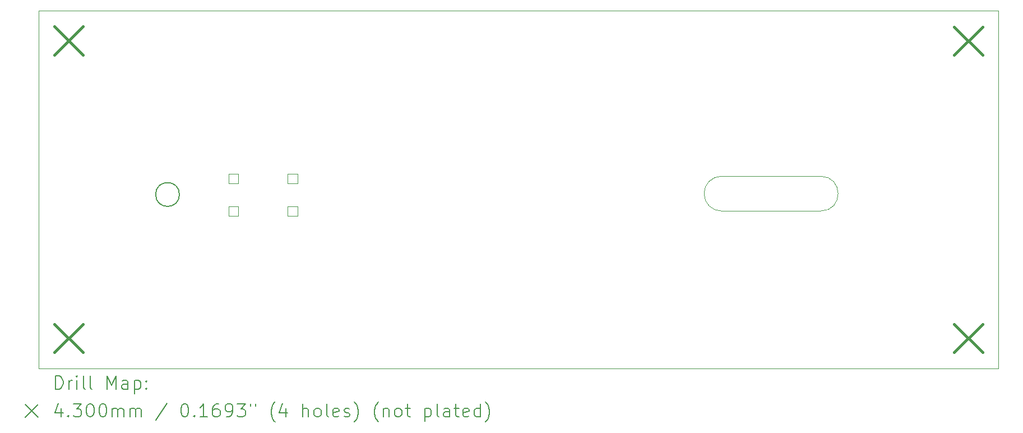
<source format=gbr>
%TF.GenerationSoftware,KiCad,Pcbnew,8.0.1*%
%TF.CreationDate,2025-07-26T20:51:03+02:00*%
%TF.ProjectId,SVX_Node_Case_front,5356585f-4e6f-4646-955f-436173655f66,rev?*%
%TF.SameCoordinates,Original*%
%TF.FileFunction,Drillmap*%
%TF.FilePolarity,Positive*%
%FSLAX45Y45*%
G04 Gerber Fmt 4.5, Leading zero omitted, Abs format (unit mm)*
G04 Created by KiCad (PCBNEW 8.0.1) date 2025-07-26 20:51:03*
%MOMM*%
%LPD*%
G01*
G04 APERTURE LIST*
%ADD10C,0.050000*%
%ADD11C,0.200000*%
%ADD12C,0.430000*%
G04 APERTURE END LIST*
D10*
X10322000Y-9357000D02*
X10472000Y-9357000D01*
X10472000Y-9497000D01*
X10322000Y-9497000D01*
X10322000Y-9357000D01*
X11212000Y-8866000D02*
X11362000Y-8866000D01*
X11362000Y-9006000D01*
X11212000Y-9006000D01*
X11212000Y-8866000D01*
X11213000Y-9357000D02*
X11363000Y-9357000D01*
X11363000Y-9497000D01*
X11213000Y-9497000D01*
X11213000Y-9357000D01*
X17765903Y-8900000D02*
X19265903Y-8900000D01*
D11*
X9580000Y-9175000D02*
G75*
G02*
X9220000Y-9175000I-180000J0D01*
G01*
X9220000Y-9175000D02*
G75*
G02*
X9580000Y-9175000I180000J0D01*
G01*
D10*
X19265903Y-8900000D02*
G75*
G02*
X19265903Y-9425000I-3J-262500D01*
G01*
X7450000Y-6400000D02*
X21950000Y-6400000D01*
X21950000Y-11800000D01*
X7450000Y-11800000D01*
X7450000Y-6400000D01*
X10321000Y-8866000D02*
X10471000Y-8866000D01*
X10471000Y-9006000D01*
X10321000Y-9006000D01*
X10321000Y-8866000D01*
X17765903Y-9425000D02*
G75*
G02*
X17765903Y-8900000I-3J262500D01*
G01*
X17765903Y-9425000D02*
X19265903Y-9425000D01*
D11*
D12*
X7690000Y-6640000D02*
X8120000Y-7070000D01*
X8120000Y-6640000D02*
X7690000Y-7070000D01*
X7690000Y-11130000D02*
X8120000Y-11560000D01*
X8120000Y-11130000D02*
X7690000Y-11560000D01*
X21278000Y-11130000D02*
X21708000Y-11560000D01*
X21708000Y-11130000D02*
X21278000Y-11560000D01*
X21280000Y-6642500D02*
X21710000Y-7072500D01*
X21710000Y-6642500D02*
X21280000Y-7072500D01*
D11*
X7708277Y-12113984D02*
X7708277Y-11913984D01*
X7708277Y-11913984D02*
X7755896Y-11913984D01*
X7755896Y-11913984D02*
X7784467Y-11923508D01*
X7784467Y-11923508D02*
X7803515Y-11942555D01*
X7803515Y-11942555D02*
X7813039Y-11961603D01*
X7813039Y-11961603D02*
X7822562Y-11999698D01*
X7822562Y-11999698D02*
X7822562Y-12028269D01*
X7822562Y-12028269D02*
X7813039Y-12066365D01*
X7813039Y-12066365D02*
X7803515Y-12085412D01*
X7803515Y-12085412D02*
X7784467Y-12104460D01*
X7784467Y-12104460D02*
X7755896Y-12113984D01*
X7755896Y-12113984D02*
X7708277Y-12113984D01*
X7908277Y-12113984D02*
X7908277Y-11980650D01*
X7908277Y-12018746D02*
X7917801Y-11999698D01*
X7917801Y-11999698D02*
X7927324Y-11990174D01*
X7927324Y-11990174D02*
X7946372Y-11980650D01*
X7946372Y-11980650D02*
X7965420Y-11980650D01*
X8032086Y-12113984D02*
X8032086Y-11980650D01*
X8032086Y-11913984D02*
X8022562Y-11923508D01*
X8022562Y-11923508D02*
X8032086Y-11933031D01*
X8032086Y-11933031D02*
X8041610Y-11923508D01*
X8041610Y-11923508D02*
X8032086Y-11913984D01*
X8032086Y-11913984D02*
X8032086Y-11933031D01*
X8155896Y-12113984D02*
X8136848Y-12104460D01*
X8136848Y-12104460D02*
X8127324Y-12085412D01*
X8127324Y-12085412D02*
X8127324Y-11913984D01*
X8260658Y-12113984D02*
X8241610Y-12104460D01*
X8241610Y-12104460D02*
X8232086Y-12085412D01*
X8232086Y-12085412D02*
X8232086Y-11913984D01*
X8489229Y-12113984D02*
X8489229Y-11913984D01*
X8489229Y-11913984D02*
X8555896Y-12056841D01*
X8555896Y-12056841D02*
X8622563Y-11913984D01*
X8622563Y-11913984D02*
X8622563Y-12113984D01*
X8803515Y-12113984D02*
X8803515Y-12009222D01*
X8803515Y-12009222D02*
X8793991Y-11990174D01*
X8793991Y-11990174D02*
X8774944Y-11980650D01*
X8774944Y-11980650D02*
X8736848Y-11980650D01*
X8736848Y-11980650D02*
X8717801Y-11990174D01*
X8803515Y-12104460D02*
X8784467Y-12113984D01*
X8784467Y-12113984D02*
X8736848Y-12113984D01*
X8736848Y-12113984D02*
X8717801Y-12104460D01*
X8717801Y-12104460D02*
X8708277Y-12085412D01*
X8708277Y-12085412D02*
X8708277Y-12066365D01*
X8708277Y-12066365D02*
X8717801Y-12047317D01*
X8717801Y-12047317D02*
X8736848Y-12037793D01*
X8736848Y-12037793D02*
X8784467Y-12037793D01*
X8784467Y-12037793D02*
X8803515Y-12028269D01*
X8898753Y-11980650D02*
X8898753Y-12180650D01*
X8898753Y-11990174D02*
X8917801Y-11980650D01*
X8917801Y-11980650D02*
X8955896Y-11980650D01*
X8955896Y-11980650D02*
X8974944Y-11990174D01*
X8974944Y-11990174D02*
X8984467Y-11999698D01*
X8984467Y-11999698D02*
X8993991Y-12018746D01*
X8993991Y-12018746D02*
X8993991Y-12075888D01*
X8993991Y-12075888D02*
X8984467Y-12094936D01*
X8984467Y-12094936D02*
X8974944Y-12104460D01*
X8974944Y-12104460D02*
X8955896Y-12113984D01*
X8955896Y-12113984D02*
X8917801Y-12113984D01*
X8917801Y-12113984D02*
X8898753Y-12104460D01*
X9079705Y-12094936D02*
X9089229Y-12104460D01*
X9089229Y-12104460D02*
X9079705Y-12113984D01*
X9079705Y-12113984D02*
X9070182Y-12104460D01*
X9070182Y-12104460D02*
X9079705Y-12094936D01*
X9079705Y-12094936D02*
X9079705Y-12113984D01*
X9079705Y-11990174D02*
X9089229Y-11999698D01*
X9089229Y-11999698D02*
X9079705Y-12009222D01*
X9079705Y-12009222D02*
X9070182Y-11999698D01*
X9070182Y-11999698D02*
X9079705Y-11990174D01*
X9079705Y-11990174D02*
X9079705Y-12009222D01*
X7247500Y-12342500D02*
X7447500Y-12542500D01*
X7447500Y-12342500D02*
X7247500Y-12542500D01*
X7793991Y-12400650D02*
X7793991Y-12533984D01*
X7746372Y-12324460D02*
X7698753Y-12467317D01*
X7698753Y-12467317D02*
X7822562Y-12467317D01*
X7898753Y-12514936D02*
X7908277Y-12524460D01*
X7908277Y-12524460D02*
X7898753Y-12533984D01*
X7898753Y-12533984D02*
X7889229Y-12524460D01*
X7889229Y-12524460D02*
X7898753Y-12514936D01*
X7898753Y-12514936D02*
X7898753Y-12533984D01*
X7974943Y-12333984D02*
X8098753Y-12333984D01*
X8098753Y-12333984D02*
X8032086Y-12410174D01*
X8032086Y-12410174D02*
X8060658Y-12410174D01*
X8060658Y-12410174D02*
X8079705Y-12419698D01*
X8079705Y-12419698D02*
X8089229Y-12429222D01*
X8089229Y-12429222D02*
X8098753Y-12448269D01*
X8098753Y-12448269D02*
X8098753Y-12495888D01*
X8098753Y-12495888D02*
X8089229Y-12514936D01*
X8089229Y-12514936D02*
X8079705Y-12524460D01*
X8079705Y-12524460D02*
X8060658Y-12533984D01*
X8060658Y-12533984D02*
X8003515Y-12533984D01*
X8003515Y-12533984D02*
X7984467Y-12524460D01*
X7984467Y-12524460D02*
X7974943Y-12514936D01*
X8222562Y-12333984D02*
X8241610Y-12333984D01*
X8241610Y-12333984D02*
X8260658Y-12343508D01*
X8260658Y-12343508D02*
X8270182Y-12353031D01*
X8270182Y-12353031D02*
X8279705Y-12372079D01*
X8279705Y-12372079D02*
X8289229Y-12410174D01*
X8289229Y-12410174D02*
X8289229Y-12457793D01*
X8289229Y-12457793D02*
X8279705Y-12495888D01*
X8279705Y-12495888D02*
X8270182Y-12514936D01*
X8270182Y-12514936D02*
X8260658Y-12524460D01*
X8260658Y-12524460D02*
X8241610Y-12533984D01*
X8241610Y-12533984D02*
X8222562Y-12533984D01*
X8222562Y-12533984D02*
X8203515Y-12524460D01*
X8203515Y-12524460D02*
X8193991Y-12514936D01*
X8193991Y-12514936D02*
X8184467Y-12495888D01*
X8184467Y-12495888D02*
X8174943Y-12457793D01*
X8174943Y-12457793D02*
X8174943Y-12410174D01*
X8174943Y-12410174D02*
X8184467Y-12372079D01*
X8184467Y-12372079D02*
X8193991Y-12353031D01*
X8193991Y-12353031D02*
X8203515Y-12343508D01*
X8203515Y-12343508D02*
X8222562Y-12333984D01*
X8413039Y-12333984D02*
X8432086Y-12333984D01*
X8432086Y-12333984D02*
X8451134Y-12343508D01*
X8451134Y-12343508D02*
X8460658Y-12353031D01*
X8460658Y-12353031D02*
X8470182Y-12372079D01*
X8470182Y-12372079D02*
X8479705Y-12410174D01*
X8479705Y-12410174D02*
X8479705Y-12457793D01*
X8479705Y-12457793D02*
X8470182Y-12495888D01*
X8470182Y-12495888D02*
X8460658Y-12514936D01*
X8460658Y-12514936D02*
X8451134Y-12524460D01*
X8451134Y-12524460D02*
X8432086Y-12533984D01*
X8432086Y-12533984D02*
X8413039Y-12533984D01*
X8413039Y-12533984D02*
X8393991Y-12524460D01*
X8393991Y-12524460D02*
X8384467Y-12514936D01*
X8384467Y-12514936D02*
X8374943Y-12495888D01*
X8374943Y-12495888D02*
X8365420Y-12457793D01*
X8365420Y-12457793D02*
X8365420Y-12410174D01*
X8365420Y-12410174D02*
X8374943Y-12372079D01*
X8374943Y-12372079D02*
X8384467Y-12353031D01*
X8384467Y-12353031D02*
X8393991Y-12343508D01*
X8393991Y-12343508D02*
X8413039Y-12333984D01*
X8565420Y-12533984D02*
X8565420Y-12400650D01*
X8565420Y-12419698D02*
X8574944Y-12410174D01*
X8574944Y-12410174D02*
X8593991Y-12400650D01*
X8593991Y-12400650D02*
X8622563Y-12400650D01*
X8622563Y-12400650D02*
X8641610Y-12410174D01*
X8641610Y-12410174D02*
X8651134Y-12429222D01*
X8651134Y-12429222D02*
X8651134Y-12533984D01*
X8651134Y-12429222D02*
X8660658Y-12410174D01*
X8660658Y-12410174D02*
X8679705Y-12400650D01*
X8679705Y-12400650D02*
X8708277Y-12400650D01*
X8708277Y-12400650D02*
X8727325Y-12410174D01*
X8727325Y-12410174D02*
X8736848Y-12429222D01*
X8736848Y-12429222D02*
X8736848Y-12533984D01*
X8832086Y-12533984D02*
X8832086Y-12400650D01*
X8832086Y-12419698D02*
X8841610Y-12410174D01*
X8841610Y-12410174D02*
X8860658Y-12400650D01*
X8860658Y-12400650D02*
X8889229Y-12400650D01*
X8889229Y-12400650D02*
X8908277Y-12410174D01*
X8908277Y-12410174D02*
X8917801Y-12429222D01*
X8917801Y-12429222D02*
X8917801Y-12533984D01*
X8917801Y-12429222D02*
X8927325Y-12410174D01*
X8927325Y-12410174D02*
X8946372Y-12400650D01*
X8946372Y-12400650D02*
X8974944Y-12400650D01*
X8974944Y-12400650D02*
X8993991Y-12410174D01*
X8993991Y-12410174D02*
X9003515Y-12429222D01*
X9003515Y-12429222D02*
X9003515Y-12533984D01*
X9393991Y-12324460D02*
X9222563Y-12581603D01*
X9651134Y-12333984D02*
X9670182Y-12333984D01*
X9670182Y-12333984D02*
X9689229Y-12343508D01*
X9689229Y-12343508D02*
X9698753Y-12353031D01*
X9698753Y-12353031D02*
X9708277Y-12372079D01*
X9708277Y-12372079D02*
X9717801Y-12410174D01*
X9717801Y-12410174D02*
X9717801Y-12457793D01*
X9717801Y-12457793D02*
X9708277Y-12495888D01*
X9708277Y-12495888D02*
X9698753Y-12514936D01*
X9698753Y-12514936D02*
X9689229Y-12524460D01*
X9689229Y-12524460D02*
X9670182Y-12533984D01*
X9670182Y-12533984D02*
X9651134Y-12533984D01*
X9651134Y-12533984D02*
X9632087Y-12524460D01*
X9632087Y-12524460D02*
X9622563Y-12514936D01*
X9622563Y-12514936D02*
X9613039Y-12495888D01*
X9613039Y-12495888D02*
X9603515Y-12457793D01*
X9603515Y-12457793D02*
X9603515Y-12410174D01*
X9603515Y-12410174D02*
X9613039Y-12372079D01*
X9613039Y-12372079D02*
X9622563Y-12353031D01*
X9622563Y-12353031D02*
X9632087Y-12343508D01*
X9632087Y-12343508D02*
X9651134Y-12333984D01*
X9803515Y-12514936D02*
X9813039Y-12524460D01*
X9813039Y-12524460D02*
X9803515Y-12533984D01*
X9803515Y-12533984D02*
X9793991Y-12524460D01*
X9793991Y-12524460D02*
X9803515Y-12514936D01*
X9803515Y-12514936D02*
X9803515Y-12533984D01*
X10003515Y-12533984D02*
X9889229Y-12533984D01*
X9946372Y-12533984D02*
X9946372Y-12333984D01*
X9946372Y-12333984D02*
X9927325Y-12362555D01*
X9927325Y-12362555D02*
X9908277Y-12381603D01*
X9908277Y-12381603D02*
X9889229Y-12391127D01*
X10174944Y-12333984D02*
X10136848Y-12333984D01*
X10136848Y-12333984D02*
X10117801Y-12343508D01*
X10117801Y-12343508D02*
X10108277Y-12353031D01*
X10108277Y-12353031D02*
X10089229Y-12381603D01*
X10089229Y-12381603D02*
X10079706Y-12419698D01*
X10079706Y-12419698D02*
X10079706Y-12495888D01*
X10079706Y-12495888D02*
X10089229Y-12514936D01*
X10089229Y-12514936D02*
X10098753Y-12524460D01*
X10098753Y-12524460D02*
X10117801Y-12533984D01*
X10117801Y-12533984D02*
X10155896Y-12533984D01*
X10155896Y-12533984D02*
X10174944Y-12524460D01*
X10174944Y-12524460D02*
X10184468Y-12514936D01*
X10184468Y-12514936D02*
X10193991Y-12495888D01*
X10193991Y-12495888D02*
X10193991Y-12448269D01*
X10193991Y-12448269D02*
X10184468Y-12429222D01*
X10184468Y-12429222D02*
X10174944Y-12419698D01*
X10174944Y-12419698D02*
X10155896Y-12410174D01*
X10155896Y-12410174D02*
X10117801Y-12410174D01*
X10117801Y-12410174D02*
X10098753Y-12419698D01*
X10098753Y-12419698D02*
X10089229Y-12429222D01*
X10089229Y-12429222D02*
X10079706Y-12448269D01*
X10289229Y-12533984D02*
X10327325Y-12533984D01*
X10327325Y-12533984D02*
X10346372Y-12524460D01*
X10346372Y-12524460D02*
X10355896Y-12514936D01*
X10355896Y-12514936D02*
X10374944Y-12486365D01*
X10374944Y-12486365D02*
X10384468Y-12448269D01*
X10384468Y-12448269D02*
X10384468Y-12372079D01*
X10384468Y-12372079D02*
X10374944Y-12353031D01*
X10374944Y-12353031D02*
X10365420Y-12343508D01*
X10365420Y-12343508D02*
X10346372Y-12333984D01*
X10346372Y-12333984D02*
X10308277Y-12333984D01*
X10308277Y-12333984D02*
X10289229Y-12343508D01*
X10289229Y-12343508D02*
X10279706Y-12353031D01*
X10279706Y-12353031D02*
X10270182Y-12372079D01*
X10270182Y-12372079D02*
X10270182Y-12419698D01*
X10270182Y-12419698D02*
X10279706Y-12438746D01*
X10279706Y-12438746D02*
X10289229Y-12448269D01*
X10289229Y-12448269D02*
X10308277Y-12457793D01*
X10308277Y-12457793D02*
X10346372Y-12457793D01*
X10346372Y-12457793D02*
X10365420Y-12448269D01*
X10365420Y-12448269D02*
X10374944Y-12438746D01*
X10374944Y-12438746D02*
X10384468Y-12419698D01*
X10451134Y-12333984D02*
X10574944Y-12333984D01*
X10574944Y-12333984D02*
X10508277Y-12410174D01*
X10508277Y-12410174D02*
X10536849Y-12410174D01*
X10536849Y-12410174D02*
X10555896Y-12419698D01*
X10555896Y-12419698D02*
X10565420Y-12429222D01*
X10565420Y-12429222D02*
X10574944Y-12448269D01*
X10574944Y-12448269D02*
X10574944Y-12495888D01*
X10574944Y-12495888D02*
X10565420Y-12514936D01*
X10565420Y-12514936D02*
X10555896Y-12524460D01*
X10555896Y-12524460D02*
X10536849Y-12533984D01*
X10536849Y-12533984D02*
X10479706Y-12533984D01*
X10479706Y-12533984D02*
X10460658Y-12524460D01*
X10460658Y-12524460D02*
X10451134Y-12514936D01*
X10651134Y-12333984D02*
X10651134Y-12372079D01*
X10727325Y-12333984D02*
X10727325Y-12372079D01*
X11022563Y-12610174D02*
X11013039Y-12600650D01*
X11013039Y-12600650D02*
X10993991Y-12572079D01*
X10993991Y-12572079D02*
X10984468Y-12553031D01*
X10984468Y-12553031D02*
X10974944Y-12524460D01*
X10974944Y-12524460D02*
X10965420Y-12476841D01*
X10965420Y-12476841D02*
X10965420Y-12438746D01*
X10965420Y-12438746D02*
X10974944Y-12391127D01*
X10974944Y-12391127D02*
X10984468Y-12362555D01*
X10984468Y-12362555D02*
X10993991Y-12343508D01*
X10993991Y-12343508D02*
X11013039Y-12314936D01*
X11013039Y-12314936D02*
X11022563Y-12305412D01*
X11184468Y-12400650D02*
X11184468Y-12533984D01*
X11136849Y-12324460D02*
X11089230Y-12467317D01*
X11089230Y-12467317D02*
X11213039Y-12467317D01*
X11441610Y-12533984D02*
X11441610Y-12333984D01*
X11527325Y-12533984D02*
X11527325Y-12429222D01*
X11527325Y-12429222D02*
X11517801Y-12410174D01*
X11517801Y-12410174D02*
X11498753Y-12400650D01*
X11498753Y-12400650D02*
X11470182Y-12400650D01*
X11470182Y-12400650D02*
X11451134Y-12410174D01*
X11451134Y-12410174D02*
X11441610Y-12419698D01*
X11651134Y-12533984D02*
X11632087Y-12524460D01*
X11632087Y-12524460D02*
X11622563Y-12514936D01*
X11622563Y-12514936D02*
X11613039Y-12495888D01*
X11613039Y-12495888D02*
X11613039Y-12438746D01*
X11613039Y-12438746D02*
X11622563Y-12419698D01*
X11622563Y-12419698D02*
X11632087Y-12410174D01*
X11632087Y-12410174D02*
X11651134Y-12400650D01*
X11651134Y-12400650D02*
X11679706Y-12400650D01*
X11679706Y-12400650D02*
X11698753Y-12410174D01*
X11698753Y-12410174D02*
X11708277Y-12419698D01*
X11708277Y-12419698D02*
X11717801Y-12438746D01*
X11717801Y-12438746D02*
X11717801Y-12495888D01*
X11717801Y-12495888D02*
X11708277Y-12514936D01*
X11708277Y-12514936D02*
X11698753Y-12524460D01*
X11698753Y-12524460D02*
X11679706Y-12533984D01*
X11679706Y-12533984D02*
X11651134Y-12533984D01*
X11832087Y-12533984D02*
X11813039Y-12524460D01*
X11813039Y-12524460D02*
X11803515Y-12505412D01*
X11803515Y-12505412D02*
X11803515Y-12333984D01*
X11984468Y-12524460D02*
X11965420Y-12533984D01*
X11965420Y-12533984D02*
X11927325Y-12533984D01*
X11927325Y-12533984D02*
X11908277Y-12524460D01*
X11908277Y-12524460D02*
X11898753Y-12505412D01*
X11898753Y-12505412D02*
X11898753Y-12429222D01*
X11898753Y-12429222D02*
X11908277Y-12410174D01*
X11908277Y-12410174D02*
X11927325Y-12400650D01*
X11927325Y-12400650D02*
X11965420Y-12400650D01*
X11965420Y-12400650D02*
X11984468Y-12410174D01*
X11984468Y-12410174D02*
X11993991Y-12429222D01*
X11993991Y-12429222D02*
X11993991Y-12448269D01*
X11993991Y-12448269D02*
X11898753Y-12467317D01*
X12070182Y-12524460D02*
X12089230Y-12533984D01*
X12089230Y-12533984D02*
X12127325Y-12533984D01*
X12127325Y-12533984D02*
X12146372Y-12524460D01*
X12146372Y-12524460D02*
X12155896Y-12505412D01*
X12155896Y-12505412D02*
X12155896Y-12495888D01*
X12155896Y-12495888D02*
X12146372Y-12476841D01*
X12146372Y-12476841D02*
X12127325Y-12467317D01*
X12127325Y-12467317D02*
X12098753Y-12467317D01*
X12098753Y-12467317D02*
X12079706Y-12457793D01*
X12079706Y-12457793D02*
X12070182Y-12438746D01*
X12070182Y-12438746D02*
X12070182Y-12429222D01*
X12070182Y-12429222D02*
X12079706Y-12410174D01*
X12079706Y-12410174D02*
X12098753Y-12400650D01*
X12098753Y-12400650D02*
X12127325Y-12400650D01*
X12127325Y-12400650D02*
X12146372Y-12410174D01*
X12222563Y-12610174D02*
X12232087Y-12600650D01*
X12232087Y-12600650D02*
X12251134Y-12572079D01*
X12251134Y-12572079D02*
X12260658Y-12553031D01*
X12260658Y-12553031D02*
X12270182Y-12524460D01*
X12270182Y-12524460D02*
X12279706Y-12476841D01*
X12279706Y-12476841D02*
X12279706Y-12438746D01*
X12279706Y-12438746D02*
X12270182Y-12391127D01*
X12270182Y-12391127D02*
X12260658Y-12362555D01*
X12260658Y-12362555D02*
X12251134Y-12343508D01*
X12251134Y-12343508D02*
X12232087Y-12314936D01*
X12232087Y-12314936D02*
X12222563Y-12305412D01*
X12584468Y-12610174D02*
X12574944Y-12600650D01*
X12574944Y-12600650D02*
X12555896Y-12572079D01*
X12555896Y-12572079D02*
X12546372Y-12553031D01*
X12546372Y-12553031D02*
X12536849Y-12524460D01*
X12536849Y-12524460D02*
X12527325Y-12476841D01*
X12527325Y-12476841D02*
X12527325Y-12438746D01*
X12527325Y-12438746D02*
X12536849Y-12391127D01*
X12536849Y-12391127D02*
X12546372Y-12362555D01*
X12546372Y-12362555D02*
X12555896Y-12343508D01*
X12555896Y-12343508D02*
X12574944Y-12314936D01*
X12574944Y-12314936D02*
X12584468Y-12305412D01*
X12660658Y-12400650D02*
X12660658Y-12533984D01*
X12660658Y-12419698D02*
X12670182Y-12410174D01*
X12670182Y-12410174D02*
X12689230Y-12400650D01*
X12689230Y-12400650D02*
X12717801Y-12400650D01*
X12717801Y-12400650D02*
X12736849Y-12410174D01*
X12736849Y-12410174D02*
X12746372Y-12429222D01*
X12746372Y-12429222D02*
X12746372Y-12533984D01*
X12870182Y-12533984D02*
X12851134Y-12524460D01*
X12851134Y-12524460D02*
X12841611Y-12514936D01*
X12841611Y-12514936D02*
X12832087Y-12495888D01*
X12832087Y-12495888D02*
X12832087Y-12438746D01*
X12832087Y-12438746D02*
X12841611Y-12419698D01*
X12841611Y-12419698D02*
X12851134Y-12410174D01*
X12851134Y-12410174D02*
X12870182Y-12400650D01*
X12870182Y-12400650D02*
X12898753Y-12400650D01*
X12898753Y-12400650D02*
X12917801Y-12410174D01*
X12917801Y-12410174D02*
X12927325Y-12419698D01*
X12927325Y-12419698D02*
X12936849Y-12438746D01*
X12936849Y-12438746D02*
X12936849Y-12495888D01*
X12936849Y-12495888D02*
X12927325Y-12514936D01*
X12927325Y-12514936D02*
X12917801Y-12524460D01*
X12917801Y-12524460D02*
X12898753Y-12533984D01*
X12898753Y-12533984D02*
X12870182Y-12533984D01*
X12993992Y-12400650D02*
X13070182Y-12400650D01*
X13022563Y-12333984D02*
X13022563Y-12505412D01*
X13022563Y-12505412D02*
X13032087Y-12524460D01*
X13032087Y-12524460D02*
X13051134Y-12533984D01*
X13051134Y-12533984D02*
X13070182Y-12533984D01*
X13289230Y-12400650D02*
X13289230Y-12600650D01*
X13289230Y-12410174D02*
X13308277Y-12400650D01*
X13308277Y-12400650D02*
X13346373Y-12400650D01*
X13346373Y-12400650D02*
X13365420Y-12410174D01*
X13365420Y-12410174D02*
X13374944Y-12419698D01*
X13374944Y-12419698D02*
X13384468Y-12438746D01*
X13384468Y-12438746D02*
X13384468Y-12495888D01*
X13384468Y-12495888D02*
X13374944Y-12514936D01*
X13374944Y-12514936D02*
X13365420Y-12524460D01*
X13365420Y-12524460D02*
X13346373Y-12533984D01*
X13346373Y-12533984D02*
X13308277Y-12533984D01*
X13308277Y-12533984D02*
X13289230Y-12524460D01*
X13498753Y-12533984D02*
X13479706Y-12524460D01*
X13479706Y-12524460D02*
X13470182Y-12505412D01*
X13470182Y-12505412D02*
X13470182Y-12333984D01*
X13660658Y-12533984D02*
X13660658Y-12429222D01*
X13660658Y-12429222D02*
X13651134Y-12410174D01*
X13651134Y-12410174D02*
X13632087Y-12400650D01*
X13632087Y-12400650D02*
X13593992Y-12400650D01*
X13593992Y-12400650D02*
X13574944Y-12410174D01*
X13660658Y-12524460D02*
X13641611Y-12533984D01*
X13641611Y-12533984D02*
X13593992Y-12533984D01*
X13593992Y-12533984D02*
X13574944Y-12524460D01*
X13574944Y-12524460D02*
X13565420Y-12505412D01*
X13565420Y-12505412D02*
X13565420Y-12486365D01*
X13565420Y-12486365D02*
X13574944Y-12467317D01*
X13574944Y-12467317D02*
X13593992Y-12457793D01*
X13593992Y-12457793D02*
X13641611Y-12457793D01*
X13641611Y-12457793D02*
X13660658Y-12448269D01*
X13727325Y-12400650D02*
X13803515Y-12400650D01*
X13755896Y-12333984D02*
X13755896Y-12505412D01*
X13755896Y-12505412D02*
X13765420Y-12524460D01*
X13765420Y-12524460D02*
X13784468Y-12533984D01*
X13784468Y-12533984D02*
X13803515Y-12533984D01*
X13946373Y-12524460D02*
X13927325Y-12533984D01*
X13927325Y-12533984D02*
X13889230Y-12533984D01*
X13889230Y-12533984D02*
X13870182Y-12524460D01*
X13870182Y-12524460D02*
X13860658Y-12505412D01*
X13860658Y-12505412D02*
X13860658Y-12429222D01*
X13860658Y-12429222D02*
X13870182Y-12410174D01*
X13870182Y-12410174D02*
X13889230Y-12400650D01*
X13889230Y-12400650D02*
X13927325Y-12400650D01*
X13927325Y-12400650D02*
X13946373Y-12410174D01*
X13946373Y-12410174D02*
X13955896Y-12429222D01*
X13955896Y-12429222D02*
X13955896Y-12448269D01*
X13955896Y-12448269D02*
X13860658Y-12467317D01*
X14127325Y-12533984D02*
X14127325Y-12333984D01*
X14127325Y-12524460D02*
X14108277Y-12533984D01*
X14108277Y-12533984D02*
X14070182Y-12533984D01*
X14070182Y-12533984D02*
X14051134Y-12524460D01*
X14051134Y-12524460D02*
X14041611Y-12514936D01*
X14041611Y-12514936D02*
X14032087Y-12495888D01*
X14032087Y-12495888D02*
X14032087Y-12438746D01*
X14032087Y-12438746D02*
X14041611Y-12419698D01*
X14041611Y-12419698D02*
X14051134Y-12410174D01*
X14051134Y-12410174D02*
X14070182Y-12400650D01*
X14070182Y-12400650D02*
X14108277Y-12400650D01*
X14108277Y-12400650D02*
X14127325Y-12410174D01*
X14203515Y-12610174D02*
X14213039Y-12600650D01*
X14213039Y-12600650D02*
X14232087Y-12572079D01*
X14232087Y-12572079D02*
X14241611Y-12553031D01*
X14241611Y-12553031D02*
X14251134Y-12524460D01*
X14251134Y-12524460D02*
X14260658Y-12476841D01*
X14260658Y-12476841D02*
X14260658Y-12438746D01*
X14260658Y-12438746D02*
X14251134Y-12391127D01*
X14251134Y-12391127D02*
X14241611Y-12362555D01*
X14241611Y-12362555D02*
X14232087Y-12343508D01*
X14232087Y-12343508D02*
X14213039Y-12314936D01*
X14213039Y-12314936D02*
X14203515Y-12305412D01*
M02*

</source>
